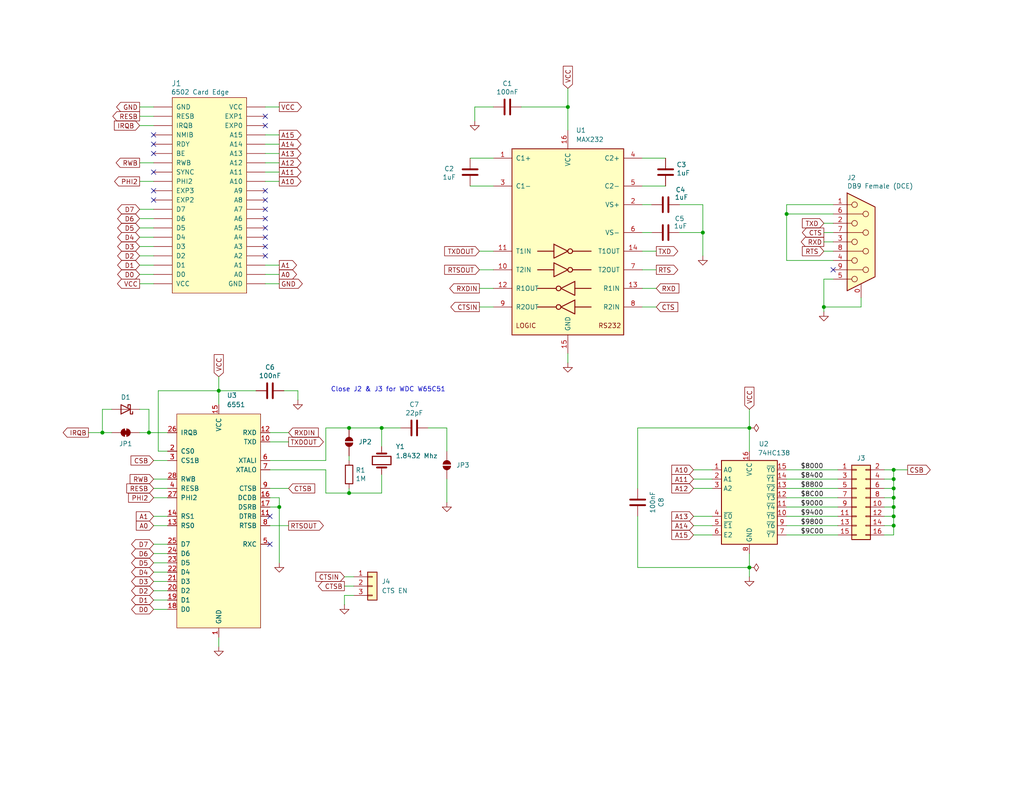
<source format=kicad_sch>
(kicad_sch (version 20250114) (generator "eeschema") (generator_version "9.0")
  (paper "USLetter")
  (title_block (title "6502 Serial Card") (date "2025-09-21") (rev "1.0") (company "A.C. Wright Design"))
  (lib_symbols
    (symbol "6502 Parts:6502 Card Edge" (pin_names (offset 1.016)) (in_bom no)
      (property "Reference" "J" (at -10.16 28.448 0))
      (property "Value" "6502 Card Edge" (at -5.588 26.924 0))
      (symbol "6502 Card Edge_1_0"
        (rectangle (start -10.16 25.4) (end 10.16 -27.94) (fill (type background)))
        (pin power_in line (at -15.24 22.86 0) (length 5.08) (name "GND") (number "GND"))
        (pin bidirectional line (at -15.24 20.32 0) (length 5.08) (name "RESB") (number "RESB"))
        (pin bidirectional line (at -15.24 17.78 0) (length 5.08) (name "IRQB") (number "IRQB"))
        (pin bidirectional line (at -15.24 15.24 0) (length 5.08) (name "NMIB") (number "NMIB"))
        (pin bidirectional line (at -15.24 12.7 0) (length 5.08) (name "RDY") (number "RDY"))
        (pin bidirectional line (at -15.24 10.16 0) (length 5.08) (name "BE") (number "BE"))
        (pin bidirectional line (at -15.24 7.62 0) (length 5.08) (name "RWB") (number "RWB"))
        (pin bidirectional line (at -15.24 5.08 0) (length 5.08) (name "SYNC") (number "SYNC"))
        (pin bidirectional line (at -15.24 2.54 0) (length 5.08) (name "PHI2") (number "PHI2"))
        (pin bidirectional line (at -15.24 0 0) (length 5.08) (name "EXP3") (number "EXP3"))
        (pin bidirectional line (at -15.24 -2.54 0) (length 5.08) (name "EXP2") (number "EXP2"))
        (pin bidirectional line (at -15.24 -5.08 0) (length 5.08) (name "D7") (number "D7"))
        (pin bidirectional line (at -15.24 -7.62 0) (length 5.08) (name "D6") (number "D6"))
        (pin bidirectional line (at -15.24 -10.16 0) (length 5.08) (name "D5") (number "D5"))
        (pin bidirectional line (at -15.24 -12.7 0) (length 5.08) (name "D4") (number "D4"))
        (pin bidirectional line (at -15.24 -15.24 0) (length 5.08) (name "D3") (number "D3"))
        (pin bidirectional line (at -15.24 -17.78 0) (length 5.08) (name "D2") (number "D2"))
        (pin bidirectional line (at -15.24 -20.32 0) (length 5.08) (name "D1") (number "D1"))
        (pin bidirectional line (at -15.24 -22.86 0) (length 5.08) (name "D0") (number "D0"))
        (pin power_in line (at -15.24 -25.4 0) (length 5.08) (name "VCC") (number "VCC"))
        (pin power_in line (at 15.24 22.86 180) (length 5.08) (name "VCC") (number "VCC"))
        (pin bidirectional line (at 15.24 20.32 180) (length 5.08) (name "EXP1") (number "EXP1"))
        (pin bidirectional line (at 15.24 17.78 180) (length 5.08) (name "EXP0") (number "EXP0"))
        (pin bidirectional line (at 15.24 15.24 180) (length 5.08) (name "A15") (number "A15"))
        (pin bidirectional line (at 15.24 12.7 180) (length 5.08) (name "A14") (number "A14"))
        (pin bidirectional line (at 15.24 10.16 180) (length 5.08) (name "A13") (number "A13"))
        (pin bidirectional line (at 15.24 7.62 180) (length 5.08) (name "A12") (number "A12"))
        (pin bidirectional line (at 15.24 5.08 180) (length 5.08) (name "A11") (number "A11"))
        (pin bidirectional line (at 15.24 2.54 180) (length 5.08) (name "A10") (number "A10"))
        (pin bidirectional line (at 15.24 0 180) (length 5.08) (name "A9") (number "A9"))
        (pin bidirectional line (at 15.24 -2.54 180) (length 5.08) (name "A8") (number "A8"))
        (pin bidirectional line (at 15.24 -5.08 180) (length 5.08) (name "A7") (number "A7"))
        (pin bidirectional line (at 15.24 -7.62 180) (length 5.08) (name "A6") (number "A6"))
        (pin bidirectional line (at 15.24 -10.16 180) (length 5.08) (name "A5") (number "A5"))
        (pin bidirectional line (at 15.24 -12.7 180) (length 5.08) (name "A4") (number "A4"))
        (pin bidirectional line (at 15.24 -15.24 180) (length 5.08) (name "A3") (number "A3"))
        (pin bidirectional line (at 15.24 -17.78 180) (length 5.08) (name "A2") (number "A2"))
        (pin bidirectional line (at 15.24 -20.32 180) (length 5.08) (name "A1") (number "A1"))
        (pin bidirectional line (at 15.24 -22.86 180) (length 5.08) (name "A0") (number "A0"))
        (pin power_in line (at 15.24 -25.4 180) (length 5.08) (name "GND") (number "GND"))
      )
    )
    (symbol "6502 Parts:65C51" (pin_names (offset 1.016))
      (property "Reference" "U" (at -10.922 33.528 0))
      (property "Value" "65C51" (at -8.382 30.988 0))
      (symbol "65C51_0_1"
        (rectangle (start -11.43 29.21) (end 11.43 -29.21) (fill (type background)))
      )
      (symbol "65C51_1_1"
        (pin output line (at -13.97 24.13 0) (length 2.54) (name "IRQB") (number "26"))
        (pin input line (at -13.97 19.05 0) (length 2.54) (name "CS0") (number "2"))
        (pin input line (at -13.97 16.51 0) (length 2.54) (name "CS1B") (number "3"))
        (pin input line (at -13.97 11.43 0) (length 2.54) (name "RWB") (number "28"))
        (pin input line (at -13.97 8.89 0) (length 2.54) (name "RESB") (number "4"))
        (pin input line (at -13.97 6.35 0) (length 2.54) (name "PHI2") (number "27"))
        (pin input line (at -13.97 1.27 0) (length 2.54) (name "RS1") (number "14"))
        (pin input line (at -13.97 -1.27 0) (length 2.54) (name "RS0") (number "13"))
        (pin bidirectional line (at -13.97 -6.35 0) (length 2.54) (name "D7") (number "25"))
        (pin bidirectional line (at -13.97 -8.89 0) (length 2.54) (name "D6") (number "24"))
        (pin bidirectional line (at -13.97 -11.43 0) (length 2.54) (name "D5") (number "23"))
        (pin bidirectional line (at -13.97 -13.97 0) (length 2.54) (name "D4") (number "22"))
        (pin bidirectional line (at -13.97 -16.51 0) (length 2.54) (name "D3") (number "21"))
        (pin bidirectional line (at -13.97 -19.05 0) (length 2.54) (name "D2") (number "20"))
        (pin bidirectional line (at -13.97 -21.59 0) (length 2.54) (name "D1") (number "19"))
        (pin bidirectional line (at -13.97 -24.13 0) (length 2.54) (name "D0") (number "18"))
        (pin power_in line (at 0 31.75 270) (length 2.54) (name "VCC") (number "15"))
        (pin power_in line (at 0 -31.75 90) (length 2.54) (name "GND") (number "1"))
        (pin input line (at 13.97 24.13 180) (length 2.54) (name "RXD") (number "12"))
        (pin output line (at 13.97 21.59 180) (length 2.54) (name "TXD") (number "10"))
        (pin input line (at 13.97 16.51 180) (length 2.54) (name "XTALI") (number "6"))
        (pin input line (at 13.97 13.97 180) (length 2.54) (name "XTALO") (number "7"))
        (pin input line (at 13.97 8.89 180) (length 2.54) (name "CTSB") (number "9"))
        (pin input line (at 13.97 6.35 180) (length 2.54) (name "DCDB") (number "16"))
        (pin input line (at 13.97 3.81 180) (length 2.54) (name "DSRB") (number "17"))
        (pin output line (at 13.97 1.27 180) (length 2.54) (name "DTRB") (number "11"))
        (pin output line (at 13.97 -1.27 180) (length 2.54) (name "RTSB") (number "8"))
        (pin input line (at 13.97 -6.35 180) (length 2.54) (name "RXC") (number "5"))
      )
    )
    (symbol "74xx:74HC138"
      (property "Reference" "U" (at -7.62 13.97 0))
      (property "Value" "74HC138" (at 2.54 -11.43 0))
      (symbol "74HC138_0_1"
        (rectangle (start -7.62 12.7) (end 7.62 -10.16) (stroke (width 0.254)) (fill (type background)))
      )
      (symbol "74HC138_1_1"
        (pin input line (at -10.16 10.16 0) (length 2.54) (name "A0") (number "1"))
        (pin input line (at -10.16 7.62 0) (length 2.54) (name "A1") (number "2"))
        (pin input line (at -10.16 5.08 0) (length 2.54) (name "A2") (number "3"))
        (pin input line (at -10.16 -2.54 0) (length 2.54) (name "~{E0}") (number "4"))
        (pin input line (at -10.16 -5.08 0) (length 2.54) (name "~{E1}") (number "5"))
        (pin input line (at -10.16 -7.62 0) (length 2.54) (name "E2") (number "6"))
        (pin power_in line (at 0 15.24 270) (length 2.54) (name "VCC") (number "16"))
        (pin power_in line (at 0 -12.7 90) (length 2.54) (name "GND") (number "8"))
        (pin output line (at 10.16 10.16 180) (length 2.54) (name "~{Y0}") (number "15"))
        (pin output line (at 10.16 7.62 180) (length 2.54) (name "~{Y1}") (number "14"))
        (pin output line (at 10.16 5.08 180) (length 2.54) (name "~{Y2}") (number "13"))
        (pin output line (at 10.16 2.54 180) (length 2.54) (name "~{Y3}") (number "12"))
        (pin output line (at 10.16 0 180) (length 2.54) (name "~{Y4}") (number "11"))
        (pin output line (at 10.16 -2.54 180) (length 2.54) (name "~{Y5}") (number "10"))
        (pin output line (at 10.16 -5.08 180) (length 2.54) (name "~{Y6}") (number "9"))
        (pin output line (at 10.16 -7.62 180) (length 2.54) (name "~{Y7}") (number "7"))
      )
    )
    (symbol "Connector:DE9_Socket_MountingHoles" (pin_names (offset 1.016) (hide yes))
      (property "Reference" "J" (at 0 16.51 0))
      (property "Value" "DE9_Socket_MountingHoles" (at 0 14.605 0))
      (symbol "DE9_Socket_MountingHoles_0_1"
        (polyline (pts (xy -3.81 13.335) (xy -3.81 -13.335) (xy 3.81 -9.525) (xy 3.81 9.525) (xy -3.81 13.335)) (stroke (width 0.254)) (fill (type background)))
        (polyline (pts (xy -3.81 10.16) (xy -2.54 10.16)))
        (polyline (pts (xy -3.81 7.62) (xy 0.508 7.62)))
        (polyline (pts (xy -3.81 5.08) (xy -2.54 5.08)))
        (polyline (pts (xy -3.81 2.54) (xy 0.508 2.54)))
        (polyline (pts (xy -3.81 0) (xy -2.54 0)))
        (polyline (pts (xy -3.81 -2.54) (xy 0.508 -2.54)))
        (polyline (pts (xy -3.81 -5.08) (xy -2.54 -5.08)))
        (polyline (pts (xy -3.81 -7.62) (xy 0.508 -7.62)))
        (polyline (pts (xy -3.81 -10.16) (xy -2.54 -10.16)))
        (circle (center -1.778 10.16) (radius 0.762))
        (circle (center -1.778 5.08) (radius 0.762))
        (circle (center -1.778 0) (radius 0.762))
        (circle (center -1.778 -5.08) (radius 0.762))
        (circle (center -1.778 -10.16) (radius 0.762))
        (circle (center 1.27 7.62) (radius 0.762))
        (circle (center 1.27 2.54) (radius 0.762))
        (circle (center 1.27 -2.54) (radius 0.762))
        (circle (center 1.27 -7.62) (radius 0.762))
      )
      (symbol "DE9_Socket_MountingHoles_1_1"
        (pin passive line (at -7.62 10.16 0) (length 3.81) (name "1") (number "1"))
        (pin passive line (at -7.62 7.62 0) (length 3.81) (name "6") (number "6"))
        (pin passive line (at -7.62 5.08 0) (length 3.81) (name "2") (number "2"))
        (pin passive line (at -7.62 2.54 0) (length 3.81) (name "7") (number "7"))
        (pin passive line (at -7.62 0 0) (length 3.81) (name "3") (number "3"))
        (pin passive line (at -7.62 -2.54 0) (length 3.81) (name "8") (number "8"))
        (pin passive line (at -7.62 -5.08 0) (length 3.81) (name "4") (number "4"))
        (pin passive line (at -7.62 -7.62 0) (length 3.81) (name "9") (number "9"))
        (pin passive line (at -7.62 -10.16 0) (length 3.81) (name "5") (number "5"))
        (pin passive line (at 0 -15.24 90) (length 3.81) (name "PAD") (number "0"))
      )
    )
    (symbol "Connector_Generic:Conn_01x03" (pin_names (offset 1.016) (hide yes))
      (property "Reference" "J" (at 0 5.08 0))
      (property "Value" "Conn_01x03" (at 0 -5.08 0))
      (symbol "Conn_01x03_1_1"
        (rectangle (start -1.27 3.81) (end 1.27 -3.81) (stroke (width 0.254)) (fill (type background)))
        (rectangle (start -1.27 2.667) (end 0 2.413) (stroke (width 0.1524)))
        (rectangle (start -1.27 0.127) (end 0 -0.127) (stroke (width 0.1524)))
        (rectangle (start -1.27 -2.413) (end 0 -2.667) (stroke (width 0.1524)))
        (pin passive line (at -5.08 2.54 0) (length 3.81) (name "Pin_1") (number "1"))
        (pin passive line (at -5.08 0 0) (length 3.81) (name "Pin_2") (number "2"))
        (pin passive line (at -5.08 -2.54 0) (length 3.81) (name "Pin_3") (number "3"))
      )
    )
    (symbol "Connector_Generic:Conn_02x08_Odd_Even" (pin_names (offset 1.016) (hide yes))
      (property "Reference" "J" (at 1.27 10.16 0))
      (property "Value" "Conn_02x08_Odd_Even" (at 1.27 -12.7 0))
      (symbol "Conn_02x08_Odd_Even_1_1"
        (rectangle (start -1.27 8.89) (end 3.81 -11.43) (stroke (width 0.254)) (fill (type background)))
        (rectangle (start -1.27 7.747) (end 0 7.493) (stroke (width 0.1524)))
        (rectangle (start -1.27 5.207) (end 0 4.953) (stroke (width 0.1524)))
        (rectangle (start -1.27 2.667) (end 0 2.413) (stroke (width 0.1524)))
        (rectangle (start -1.27 0.127) (end 0 -0.127) (stroke (width 0.1524)))
        (rectangle (start -1.27 -2.413) (end 0 -2.667) (stroke (width 0.1524)))
        (rectangle (start -1.27 -4.953) (end 0 -5.207) (stroke (width 0.1524)))
        (rectangle (start -1.27 -7.493) (end 0 -7.747) (stroke (width 0.1524)))
        (rectangle (start -1.27 -10.033) (end 0 -10.287) (stroke (width 0.1524)))
        (rectangle (start 3.81 7.747) (end 2.54 7.493) (stroke (width 0.1524)))
        (rectangle (start 3.81 5.207) (end 2.54 4.953) (stroke (width 0.1524)))
        (rectangle (start 3.81 2.667) (end 2.54 2.413) (stroke (width 0.1524)))
        (rectangle (start 3.81 0.127) (end 2.54 -0.127) (stroke (width 0.1524)))
        (rectangle (start 3.81 -2.413) (end 2.54 -2.667) (stroke (width 0.1524)))
        (rectangle (start 3.81 -4.953) (end 2.54 -5.207) (stroke (width 0.1524)))
        (rectangle (start 3.81 -7.493) (end 2.54 -7.747) (stroke (width 0.1524)))
        (rectangle (start 3.81 -10.033) (end 2.54 -10.287) (stroke (width 0.1524)))
        (pin passive line (at -5.08 7.62 0) (length 3.81) (name "Pin_1") (number "1"))
        (pin passive line (at -5.08 5.08 0) (length 3.81) (name "Pin_3") (number "3"))
        (pin passive line (at -5.08 2.54 0) (length 3.81) (name "Pin_5") (number "5"))
        (pin passive line (at -5.08 0 0) (length 3.81) (name "Pin_7") (number "7"))
        (pin passive line (at -5.08 -2.54 0) (length 3.81) (name "Pin_9") (number "9"))
        (pin passive line (at -5.08 -5.08 0) (length 3.81) (name "Pin_11") (number "11"))
        (pin passive line (at -5.08 -7.62 0) (length 3.81) (name "Pin_13") (number "13"))
        (pin passive line (at -5.08 -10.16 0) (length 3.81) (name "Pin_15") (number "15"))
        (pin passive line (at 7.62 7.62 180) (length 3.81) (name "Pin_2") (number "2"))
        (pin passive line (at 7.62 5.08 180) (length 3.81) (name "Pin_4") (number "4"))
        (pin passive line (at 7.62 2.54 180) (length 3.81) (name "Pin_6") (number "6"))
        (pin passive line (at 7.62 0 180) (length 3.81) (name "Pin_8") (number "8"))
        (pin passive line (at 7.62 -2.54 180) (length 3.81) (name "Pin_10") (number "10"))
        (pin passive line (at 7.62 -5.08 180) (length 3.81) (name "Pin_12") (number "12"))
        (pin passive line (at 7.62 -7.62 180) (length 3.81) (name "Pin_14") (number "14"))
        (pin passive line (at 7.62 -10.16 180) (length 3.81) (name "Pin_16") (number "16"))
      )
    )
    (symbol "Device:C" (pin_numbers (hide yes)) (pin_names (offset 0.254))
      (property "Reference" "C" (at 0.635 2.54 0))
      (property "Value" "C" (at 0.635 -2.54 0))
      (symbol "C_0_1"
        (polyline (pts (xy -2.032 0.762) (xy 2.032 0.762)) (stroke (width 0.508)))
        (polyline (pts (xy -2.032 -0.762) (xy 2.032 -0.762)) (stroke (width 0.508)))
      )
      (symbol "C_1_1"
        (pin passive line (at 0 3.81 270) (length 2.794) (name "~") (number "1"))
        (pin passive line (at 0 -3.81 90) (length 2.794) (name "~") (number "2"))
      )
    )
    (symbol "Device:Crystal" (pin_numbers (hide yes)) (pin_names (offset 1.016) (hide yes))
      (property "Reference" "Y" (at 0 3.81 0))
      (property "Value" "Crystal" (at 0 -3.81 0))
      (symbol "Crystal_0_1"
        (polyline (pts (xy -2.54 0) (xy -1.905 0)))
        (polyline (pts (xy -1.905 -1.27) (xy -1.905 1.27)) (stroke (width 0.508)))
        (rectangle (start -1.143 2.54) (end 1.143 -2.54) (stroke (width 0.3048)))
        (polyline (pts (xy 1.905 -1.27) (xy 1.905 1.27)) (stroke (width 0.508)))
        (polyline (pts (xy 2.54 0) (xy 1.905 0)))
      )
      (symbol "Crystal_1_1"
        (pin passive line (at -3.81 0 0) (length 1.27) (name "1") (number "1"))
        (pin passive line (at 3.81 0 180) (length 1.27) (name "2") (number "2"))
      )
    )
    (symbol "Device:D_Schottky" (pin_numbers (hide yes)) (pin_names (offset 1.016) (hide yes))
      (property "Reference" "D" (at 0 2.54 0))
      (property "Value" "D_Schottky" (at 0 -2.54 0))
      (symbol "D_Schottky_0_1"
        (polyline (pts (xy -1.905 0.635) (xy -1.905 1.27) (xy -1.27 1.27) (xy -1.27 -1.27) (xy -0.635 -1.27) (xy -0.635 -0.635)) (stroke (width 0.254)))
        (polyline (pts (xy 1.27 1.27) (xy 1.27 -1.27) (xy -1.27 0) (xy 1.27 1.27)) (stroke (width 0.254)))
        (polyline (pts (xy 1.27 0) (xy -1.27 0)))
      )
      (symbol "D_Schottky_1_1"
        (pin passive line (at -3.81 0 0) (length 2.54) (name "K") (number "1"))
        (pin passive line (at 3.81 0 180) (length 2.54) (name "A") (number "2"))
      )
    )
    (symbol "Device:R" (pin_numbers (hide yes)) (pin_names (offset 0))
      (property "Reference" "R" (at 2.032 0 90))
      (property "Value" "R" (at 0 0 90))
      (symbol "R_0_1"
        (rectangle (start -1.016 -2.54) (end 1.016 2.54) (stroke (width 0.254)))
      )
      (symbol "R_1_1"
        (pin passive line (at 0 3.81 270) (length 1.27) (name "~") (number "1"))
        (pin passive line (at 0 -3.81 90) (length 1.27) (name "~") (number "2"))
      )
    )
    (symbol "Interface_UART:MAX232" (pin_names (offset 1.016))
      (property "Reference" "U" (at -2.54 28.575 0))
      (property "Value" "MAX232" (at -2.54 26.67 0))
      (symbol "MAX232_0_0"
        (text "LOGIC" (at -11.43 -22.86 0) (effects (font (size 1.27 1.27))))
        (text "RS232" (at 11.43 -22.86 0) (effects (font (size 1.27 1.27))))
      )
      (symbol "MAX232_0_1"
        (rectangle (start -15.24 -25.4) (end 15.24 25.4) (stroke (width 0.254)) (fill (type background)))
        (polyline (pts (xy -3.81 -0.635) (xy -3.81 -4.445) (xy 0 -2.54) (xy -3.81 -0.635)) (stroke (width 0.254)))
        (polyline (pts (xy -3.81 -2.54) (xy -8.255 -2.54)) (stroke (width 0.254)))
        (polyline (pts (xy -3.81 -5.715) (xy -3.81 -9.525) (xy 0 -7.62) (xy -3.81 -5.715)) (stroke (width 0.254)))
        (polyline (pts (xy -3.81 -7.62) (xy -8.255 -7.62)) (stroke (width 0.254)))
        (polyline (pts (xy -3.175 -12.7) (xy -8.255 -12.7)) (stroke (width 0.254)))
        (polyline (pts (xy -3.175 -17.78) (xy -8.255 -17.78)) (stroke (width 0.254)))
        (circle (center -2.54 -12.7) (radius 0.635) (stroke (width 0.254)))
        (circle (center -2.54 -17.78) (radius 0.635) (stroke (width 0.254)))
        (circle (center 0.635 -2.54) (radius 0.635) (stroke (width 0.254)))
        (circle (center 0.635 -7.62) (radius 0.635) (stroke (width 0.254)))
        (polyline (pts (xy 1.27 -2.54) (xy 6.35 -2.54)) (stroke (width 0.254)))
        (polyline (pts (xy 1.27 -7.62) (xy 6.35 -7.62)) (stroke (width 0.254)))
        (polyline (pts (xy 1.905 -10.795) (xy 1.905 -14.605) (xy -1.905 -12.7) (xy 1.905 -10.795)) (stroke (width 0.254)))
        (polyline (pts (xy 1.905 -12.7) (xy 6.35 -12.7)) (stroke (width 0.254)))
        (polyline (pts (xy 1.905 -15.875) (xy 1.905 -19.685) (xy -1.905 -17.78) (xy 1.905 -15.875)) (stroke (width 0.254)))
        (polyline (pts (xy 1.905 -17.78) (xy 6.35 -17.78)) (stroke (width 0.254)))
      )
      (symbol "MAX232_1_1"
        (pin passive line (at -20.32 22.86 0) (length 5.08) (name "C1+") (number "1"))
        (pin passive line (at -20.32 15.24 0) (length 5.08) (name "C1-") (number "3"))
        (pin input line (at -20.32 -2.54 0) (length 5.08) (name "T1IN") (number "11"))
        (pin input line (at -20.32 -7.62 0) (length 5.08) (name "T2IN") (number "10"))
        (pin output line (at -20.32 -12.7 0) (length 5.08) (name "R1OUT") (number "12"))
        (pin output line (at -20.32 -17.78 0) (length 5.08) (name "R2OUT") (number "9"))
        (pin power_in line (at 0 30.48 270) (length 5.08) (name "VCC") (number "16"))
        (pin power_in line (at 0 -30.48 90) (length 5.08) (name "GND") (number "15"))
        (pin passive line (at 20.32 22.86 180) (length 5.08) (name "C2+") (number "4"))
        (pin passive line (at 20.32 15.24 180) (length 5.08) (name "C2-") (number "5"))
        (pin power_out line (at 20.32 10.16 180) (length 5.08) (name "VS+") (number "2"))
        (pin power_out line (at 20.32 2.54 180) (length 5.08) (name "VS-") (number "6"))
        (pin output line (at 20.32 -2.54 180) (length 5.08) (name "T1OUT") (number "14"))
        (pin output line (at 20.32 -7.62 180) (length 5.08) (name "T2OUT") (number "7"))
        (pin input line (at 20.32 -12.7 180) (length 5.08) (name "R1IN") (number "13"))
        (pin input line (at 20.32 -17.78 180) (length 5.08) (name "R2IN") (number "8"))
      )
    )
    (symbol "Jumper:SolderJumper_2_Bridged" (pin_numbers (hide yes)) (pin_names (offset 0) (hide yes)) (exclude_from_sim yes) (in_bom no)
      (property "Reference" "JP" (at 0 2.032 0))
      (property "Value" "SolderJumper_2_Bridged" (at 0 -2.54 0))
      (symbol "SolderJumper_2_Bridged_0_1"
        (rectangle (start -0.508 0.508) (end 0.508 -0.508) (fill (type outline)))
        (polyline (pts (xy -0.254 1.016) (xy -0.254 -1.016)))
        (arc (start -0.254 -1.016) (mid -1.2656 0) (end -0.254 1.016))
        (arc (start -0.254 -1.016) (mid -1.2656 0) (end -0.254 1.016) (fill (type outline)))
        (arc (start 0.254 1.016) (mid 1.2656 0) (end 0.254 -1.016))
        (arc (start 0.254 1.016) (mid 1.2656 0) (end 0.254 -1.016) (fill (type outline)))
        (polyline (pts (xy 0.254 1.016) (xy 0.254 -1.016)))
      )
      (symbol "SolderJumper_2_Bridged_1_1"
        (pin passive line (at -3.81 0 0) (length 2.54) (name "A") (number "1"))
        (pin passive line (at 3.81 0 180) (length 2.54) (name "B") (number "2"))
      )
    )
    (symbol "Jumper:SolderJumper_2_Open" (pin_numbers (hide yes)) (pin_names (offset 0) (hide yes)) (exclude_from_sim yes) (in_bom no)
      (property "Reference" "JP" (at 0 2.032 0))
      (property "Value" "SolderJumper_2_Open" (at 0 -2.54 0))
      (symbol "SolderJumper_2_Open_0_1"
        (polyline (pts (xy -0.254 1.016) (xy -0.254 -1.016)))
        (arc (start -0.254 -1.016) (mid -1.2656 0) (end -0.254 1.016))
        (arc (start -0.254 -1.016) (mid -1.2656 0) (end -0.254 1.016) (fill (type outline)))
        (arc (start 0.254 1.016) (mid 1.2656 0) (end 0.254 -1.016))
        (arc (start 0.254 1.016) (mid 1.2656 0) (end 0.254 -1.016) (fill (type outline)))
        (polyline (pts (xy 0.254 1.016) (xy 0.254 -1.016)))
      )
      (symbol "SolderJumper_2_Open_1_1"
        (pin passive line (at -3.81 0 0) (length 2.54) (name "A") (number "1"))
        (pin passive line (at 3.81 0 180) (length 2.54) (name "B") (number "2"))
      )
    )
    (symbol "power:GND" (power) (pin_numbers (hide yes)) (pin_names (offset 0) (hide yes))
      (property "Value" "GND" (at 0 -3.81 0))
      (symbol "GND_0_1"
        (polyline (pts (xy 0 0) (xy 0 -1.27) (xy 1.27 -1.27) (xy 0 -2.54) (xy -1.27 -1.27) (xy 0 -1.27)))
      )
      (symbol "GND_1_1"
        (pin power_in line (at 0 0 270) (length 0) (name "~") (number "1"))
      )
    )
    (symbol "power:PWR_FLAG" (power) (pin_numbers (hide yes)) (pin_names (offset 0) (hide yes))
      (property "Value" "PWR_FLAG" (at 0 3.81 0))
      (symbol "PWR_FLAG_0_0"
        (pin power_out line (at 0 0 90) (length 0) (name "~") (number "1"))
      )
      (symbol "PWR_FLAG_0_1"
        (polyline (pts (xy 0 0) (xy 0 1.27) (xy -1.016 1.905) (xy 0 2.54) (xy 1.016 1.905) (xy 0 1.27)))
      )
    )
  )
  (text "Close J2 & J3 for WDC W65C51" (at 105.918 106.426 0) (effects (font (size 1.27 1.27))))
  (junction (at 243.84 140.97))
  (junction (at 243.84 138.43))
  (junction (at 204.47 154.94))
  (junction (at 76.2 138.43))
  (junction (at 59.69 106.68))
  (junction (at 243.84 135.89))
  (junction (at 40.64 118.11))
  (junction (at 243.84 143.51))
  (junction (at 224.79 83.82))
  (junction (at 243.84 133.35))
  (junction (at 104.14 116.84))
  (junction (at 95.25 134.62))
  (junction (at 27.94 118.11))
  (junction (at 204.47 116.84))
  (junction (at 95.25 116.84))
  (junction (at 243.84 128.27))
  (junction (at 214.63 58.42))
  (junction (at 191.77 63.5))
  (junction (at 243.84 130.81))
  (junction (at 154.94 29.21))
  (no_connect (at 41.91 41.91))
  (no_connect (at 72.39 34.29))
  (no_connect (at 41.91 39.37))
  (no_connect (at 72.39 59.69))
  (no_connect (at 41.91 54.61))
  (no_connect (at 73.66 140.97))
  (no_connect (at 41.91 52.07))
  (no_connect (at 41.91 46.99))
  (no_connect (at 73.66 148.59))
  (no_connect (at 41.91 36.83))
  (no_connect (at 72.39 62.23))
  (no_connect (at 72.39 31.75))
  (no_connect (at 72.39 64.77))
  (no_connect (at 72.39 69.85))
  (no_connect (at 72.39 52.07))
  (no_connect (at 72.39 67.31))
  (no_connect (at 72.39 54.61))
  (no_connect (at 227.33 73.66))
  (no_connect (at 72.39 57.15))
  (wire (pts (xy 175.26 55.88) (xy 177.8 55.88)))
  (wire (pts (xy 72.39 72.39) (xy 76.2 72.39)))
  (wire (pts (xy 175.26 78.74) (xy 179.07 78.74)))
  (wire (pts (xy 142.24 29.21) (xy 154.94 29.21)))
  (wire (pts (xy 104.14 134.62) (xy 104.14 129.54)))
  (wire (pts (xy 224.79 68.58) (xy 227.33 68.58)))
  (wire (pts (xy 38.1 31.75) (xy 41.91 31.75)))
  (wire (pts (xy 154.94 24.13) (xy 154.94 29.21)))
  (wire (pts (xy 43.18 106.68) (xy 59.69 106.68)))
  (wire (pts (xy 88.9 125.73) (xy 88.9 116.84)))
  (wire (pts (xy 234.95 83.82) (xy 224.79 83.82)))
  (wire (pts (xy 243.84 143.51) (xy 243.84 140.97)))
  (wire (pts (xy 214.63 130.81) (xy 228.6 130.81)))
  (wire (pts (xy 214.63 140.97) (xy 228.6 140.97)))
  (wire (pts (xy 73.66 135.89) (xy 76.2 135.89)))
  (wire (pts (xy 116.84 116.84) (xy 121.92 116.84)))
  (wire (pts (xy 243.84 135.89) (xy 243.84 133.35)))
  (wire (pts (xy 41.91 125.73) (xy 45.72 125.73)))
  (wire (pts (xy 59.69 102.87) (xy 59.69 106.68)))
  (wire (pts (xy 154.94 29.21) (xy 154.94 35.56)))
  (wire (pts (xy 38.1 62.23) (xy 41.91 62.23)))
  (wire (pts (xy 204.47 151.13) (xy 204.47 154.94)))
  (wire (pts (xy 191.77 55.88) (xy 191.77 63.5)))
  (wire (pts (xy 41.91 153.67) (xy 45.72 153.67)))
  (wire (pts (xy 224.79 83.82) (xy 224.79 85.09)))
  (wire (pts (xy 38.1 77.47) (xy 41.91 77.47)))
  (wire (pts (xy 214.63 71.12) (xy 227.33 71.12)))
  (wire (pts (xy 81.28 106.68) (xy 81.28 109.22)))
  (wire (pts (xy 59.69 106.68) (xy 69.85 106.68)))
  (wire (pts (xy 189.23 133.35) (xy 194.31 133.35)))
  (wire (pts (xy 243.84 146.05) (xy 243.84 143.51)))
  (wire (pts (xy 41.91 151.13) (xy 45.72 151.13)))
  (wire (pts (xy 40.64 111.76) (xy 40.64 118.11)))
  (wire (pts (xy 243.84 138.43) (xy 243.84 135.89)))
  (wire (pts (xy 241.3 146.05) (xy 243.84 146.05)))
  (wire (pts (xy 214.63 58.42) (xy 227.33 58.42)))
  (wire (pts (xy 24.13 118.11) (xy 27.94 118.11)))
  (wire (pts (xy 72.39 77.47) (xy 76.2 77.47)))
  (wire (pts (xy 175.26 63.5) (xy 177.8 63.5)))
  (wire (pts (xy 121.92 130.81) (xy 121.92 137.16)))
  (wire (pts (xy 189.23 130.81) (xy 194.31 130.81)))
  (wire (pts (xy 243.84 140.97) (xy 243.84 138.43)))
  (wire (pts (xy 72.39 49.53) (xy 76.2 49.53)))
  (wire (pts (xy 243.84 128.27) (xy 247.65 128.27)))
  (wire (pts (xy 38.1 49.53) (xy 41.91 49.53)))
  (wire (pts (xy 214.63 133.35) (xy 228.6 133.35)))
  (wire (pts (xy 214.63 128.27) (xy 228.6 128.27)))
  (wire (pts (xy 204.47 154.94) (xy 204.47 157.48)))
  (wire (pts (xy 72.39 46.99) (xy 76.2 46.99)))
  (wire (pts (xy 130.81 68.58) (xy 134.62 68.58)))
  (wire (pts (xy 224.79 66.04) (xy 227.33 66.04)))
  (wire (pts (xy 130.81 78.74) (xy 134.62 78.74)))
  (wire (pts (xy 40.64 118.11) (xy 45.72 118.11)))
  (wire (pts (xy 185.42 63.5) (xy 191.77 63.5)))
  (wire (pts (xy 45.72 123.19) (xy 43.18 123.19)))
  (wire (pts (xy 73.66 143.51) (xy 78.74 143.51)))
  (wire (pts (xy 214.63 135.89) (xy 228.6 135.89)))
  (wire (pts (xy 214.63 55.88) (xy 227.33 55.88)))
  (wire (pts (xy 77.47 106.68) (xy 81.28 106.68)))
  (wire (pts (xy 224.79 76.2) (xy 224.79 83.82)))
  (wire (pts (xy 175.26 73.66) (xy 179.07 73.66)))
  (wire (pts (xy 204.47 123.19) (xy 204.47 116.84)))
  (wire (pts (xy 38.1 64.77) (xy 41.91 64.77)))
  (wire (pts (xy 93.98 160.02) (xy 96.52 160.02)))
  (wire (pts (xy 175.26 43.18) (xy 181.61 43.18)))
  (wire (pts (xy 128.27 50.8) (xy 134.62 50.8)))
  (wire (pts (xy 41.91 140.97) (xy 45.72 140.97)))
  (wire (pts (xy 243.84 133.35) (xy 243.84 130.81)))
  (wire (pts (xy 78.74 133.35) (xy 73.66 133.35)))
  (wire (pts (xy 27.94 118.11) (xy 30.48 118.11)))
  (wire (pts (xy 38.1 69.85) (xy 41.91 69.85)))
  (wire (pts (xy 241.3 133.35) (xy 243.84 133.35)))
  (wire (pts (xy 93.98 157.48) (xy 96.52 157.48)))
  (wire (pts (xy 38.1 111.76) (xy 40.64 111.76)))
  (wire (pts (xy 243.84 135.89) (xy 241.3 135.89)))
  (wire (pts (xy 224.79 60.96) (xy 227.33 60.96)))
  (wire (pts (xy 175.26 68.58) (xy 179.07 68.58)))
  (wire (pts (xy 189.23 146.05) (xy 194.31 146.05)))
  (wire (pts (xy 243.84 143.51) (xy 241.3 143.51)))
  (wire (pts (xy 38.1 72.39) (xy 41.91 72.39)))
  (wire (pts (xy 214.63 58.42) (xy 214.63 71.12)))
  (wire (pts (xy 189.23 140.97) (xy 194.31 140.97)))
  (wire (pts (xy 27.94 111.76) (xy 27.94 118.11)))
  (wire (pts (xy 59.69 173.99) (xy 59.69 176.53)))
  (wire (pts (xy 175.26 50.8) (xy 181.61 50.8)))
  (wire (pts (xy 227.33 76.2) (xy 224.79 76.2)))
  (wire (pts (xy 104.14 116.84) (xy 104.14 121.92)))
  (wire (pts (xy 204.47 116.84) (xy 204.47 111.76)))
  (wire (pts (xy 204.47 116.84) (xy 173.99 116.84)))
  (wire (pts (xy 41.91 130.81) (xy 45.72 130.81)))
  (wire (pts (xy 243.84 138.43) (xy 241.3 138.43)))
  (wire (pts (xy 88.9 116.84) (xy 95.25 116.84)))
  (wire (pts (xy 43.18 123.19) (xy 43.18 106.68)))
  (wire (pts (xy 214.63 146.05) (xy 228.6 146.05)))
  (wire (pts (xy 173.99 116.84) (xy 173.99 133.35)))
  (wire (pts (xy 38.1 29.21) (xy 41.91 29.21)))
  (wire (pts (xy 72.39 36.83) (xy 76.2 36.83)))
  (wire (pts (xy 38.1 67.31) (xy 41.91 67.31)))
  (wire (pts (xy 130.81 83.82) (xy 134.62 83.82)))
  (wire (pts (xy 73.66 120.65) (xy 78.74 120.65)))
  (wire (pts (xy 41.91 166.37) (xy 45.72 166.37)))
  (wire (pts (xy 241.3 128.27) (xy 243.84 128.27)))
  (wire (pts (xy 130.81 73.66) (xy 134.62 73.66)))
  (wire (pts (xy 72.39 39.37) (xy 76.2 39.37)))
  (wire (pts (xy 129.54 33.02) (xy 129.54 29.21)))
  (wire (pts (xy 189.23 143.51) (xy 194.31 143.51)))
  (wire (pts (xy 234.95 81.28) (xy 234.95 83.82)))
  (wire (pts (xy 38.1 57.15) (xy 41.91 57.15)))
  (wire (pts (xy 38.1 34.29) (xy 41.91 34.29)))
  (wire (pts (xy 185.42 55.88) (xy 191.77 55.88)))
  (wire (pts (xy 72.39 74.93) (xy 76.2 74.93)))
  (wire (pts (xy 154.94 96.52) (xy 154.94 99.06)))
  (wire (pts (xy 95.25 133.35) (xy 95.25 134.62)))
  (wire (pts (xy 73.66 118.11) (xy 78.74 118.11)))
  (wire (pts (xy 95.25 116.84) (xy 104.14 116.84)))
  (wire (pts (xy 93.98 162.56) (xy 96.52 162.56)))
  (wire (pts (xy 224.79 63.5) (xy 227.33 63.5)))
  (wire (pts (xy 41.91 158.75) (xy 45.72 158.75)))
  (wire (pts (xy 41.91 135.89) (xy 45.72 135.89)))
  (wire (pts (xy 38.1 118.11) (xy 40.64 118.11)))
  (wire (pts (xy 41.91 143.51) (xy 45.72 143.51)))
  (wire (pts (xy 38.1 59.69) (xy 41.91 59.69)))
  (wire (pts (xy 214.63 143.51) (xy 228.6 143.51)))
  (wire (pts (xy 41.91 156.21) (xy 45.72 156.21)))
  (wire (pts (xy 95.25 124.46) (xy 95.25 125.73)))
  (wire (pts (xy 191.77 63.5) (xy 191.77 69.85)))
  (wire (pts (xy 214.63 138.43) (xy 228.6 138.43)))
  (wire (pts (xy 243.84 140.97) (xy 241.3 140.97)))
  (wire (pts (xy 173.99 154.94) (xy 173.99 140.97)))
  (wire (pts (xy 128.27 43.18) (xy 134.62 43.18)))
  (wire (pts (xy 121.92 116.84) (xy 121.92 123.19)))
  (wire (pts (xy 41.91 133.35) (xy 45.72 133.35)))
  (wire (pts (xy 76.2 138.43) (xy 76.2 153.67)))
  (wire (pts (xy 38.1 74.93) (xy 41.91 74.93)))
  (wire (pts (xy 129.54 29.21) (xy 134.62 29.21)))
  (wire (pts (xy 76.2 135.89) (xy 76.2 138.43)))
  (wire (pts (xy 41.91 148.59) (xy 45.72 148.59)))
  (wire (pts (xy 38.1 44.45) (xy 41.91 44.45)))
  (wire (pts (xy 88.9 128.27) (xy 73.66 128.27)))
  (wire (pts (xy 72.39 44.45) (xy 76.2 44.45)))
  (wire (pts (xy 95.25 134.62) (xy 104.14 134.62)))
  (wire (pts (xy 243.84 130.81) (xy 241.3 130.81)))
  (wire (pts (xy 214.63 55.88) (xy 214.63 58.42)))
  (wire (pts (xy 189.23 128.27) (xy 194.31 128.27)))
  (wire (pts (xy 175.26 83.82) (xy 179.07 83.82)))
  (wire (pts (xy 243.84 130.81) (xy 243.84 128.27)))
  (wire (pts (xy 41.91 163.83) (xy 45.72 163.83)))
  (wire (pts (xy 109.22 116.84) (xy 104.14 116.84)))
  (wire (pts (xy 72.39 29.21) (xy 76.2 29.21)))
  (wire (pts (xy 88.9 134.62) (xy 88.9 128.27)))
  (wire (pts (xy 73.66 125.73) (xy 88.9 125.73)))
  (wire (pts (xy 93.98 165.1) (xy 93.98 162.56)))
  (wire (pts (xy 41.91 161.29) (xy 45.72 161.29)))
  (wire (pts (xy 73.66 138.43) (xy 76.2 138.43)))
  (wire (pts (xy 30.48 111.76) (xy 27.94 111.76)))
  (wire (pts (xy 173.99 154.94) (xy 204.47 154.94)))
  (wire (pts (xy 59.69 106.68) (xy 59.69 110.49)))
  (wire (pts (xy 88.9 134.62) (xy 95.25 134.62)))
  (wire (pts (xy 72.39 41.91) (xy 76.2 41.91)))
  (label "$8400" (at 218.44 130.81 0))
  (label "$8000" (at 218.44 128.27 0))
  (label "$8800" (at 218.44 133.35 0))
  (label "$9400" (at 218.44 140.97 0))
  (label "$9C00" (at 218.44 146.05 0))
  (label "$9000" (at 218.44 138.43 0))
  (label "$8C00" (at 218.44 135.89 0))
  (label "$9800" (at 218.44 143.51 0))
  (global_label "A13" (shape output) (at 76.2 41.91 0) (property "Intersheetrefs" "${INTERSHEET_REFS}" (effects (hide yes))))
  (global_label "RWB" (shape input) (at 41.91 130.81 180) (property "Intersheetrefs" "${INTERSHEET_REFS}" (effects (hide yes))))
  (global_label "RXD" (shape output) (at 224.79 66.04 180) (property "Intersheetrefs" "${INTERSHEET_REFS}" (effects (hide yes))))
  (global_label "RTSOUT" (shape input) (at 130.81 73.66 180) (property "Intersheetrefs" "${INTERSHEET_REFS}" (effects (hide yes))))
  (global_label "A1" (shape input) (at 41.91 140.97 180) (property "Intersheetrefs" "${INTERSHEET_REFS}" (effects (hide yes))))
  (global_label "RTSOUT" (shape output) (at 78.74 143.51 0) (property "Intersheetrefs" "${INTERSHEET_REFS}" (effects (hide yes))))
  (global_label "IRQB" (shape input) (at 38.1 34.29 180) (property "Intersheetrefs" "${INTERSHEET_REFS}" (effects (hide yes))))
  (global_label "VCC" (shape output) (at 38.1 77.47 180) (property "Intersheetrefs" "${INTERSHEET_REFS}" (effects (hide yes))))
  (global_label "VCC" (shape input) (at 204.47 111.76 90) (property "Intersheetrefs" "${INTERSHEET_REFS}" (effects (hide yes))))
  (global_label "D5" (shape bidirectional) (at 41.91 153.67 180) (property "Intersheetrefs" "${INTERSHEET_REFS}" (effects (hide yes))))
  (global_label "GND" (shape output) (at 76.2 77.47 0) (property "Intersheetrefs" "${INTERSHEET_REFS}" (effects (hide yes))))
  (global_label "RXDIN" (shape input) (at 78.74 118.11 0) (property "Intersheetrefs" "${INTERSHEET_REFS}" (effects (hide yes))))
  (global_label "IRQB" (shape output) (at 24.13 118.11 180) (property "Intersheetrefs" "${INTERSHEET_REFS}" (effects (hide yes))))
  (global_label "VCC" (shape input) (at 59.69 102.87 90) (property "Intersheetrefs" "${INTERSHEET_REFS}" (effects (hide yes))))
  (global_label "CTSB" (shape output) (at 93.98 160.02 180) (property "Intersheetrefs" "${INTERSHEET_REFS}" (effects (hide yes))))
  (global_label "A11" (shape input) (at 189.23 130.81 180) (property "Intersheetrefs" "${INTERSHEET_REFS}" (effects (hide yes))))
  (global_label "CTSIN" (shape input) (at 93.98 157.48 180) (property "Intersheetrefs" "${INTERSHEET_REFS}" (effects (hide yes))))
  (global_label "RESB" (shape input) (at 41.91 133.35 180) (property "Intersheetrefs" "${INTERSHEET_REFS}" (effects (hide yes))))
  (global_label "D7" (shape bidirectional) (at 41.91 148.59 180) (property "Intersheetrefs" "${INTERSHEET_REFS}" (effects (hide yes))))
  (global_label "D2" (shape bidirectional) (at 38.1 69.85 180) (property "Intersheetrefs" "${INTERSHEET_REFS}" (effects (hide yes))))
  (global_label "A10" (shape input) (at 189.23 128.27 180) (property "Intersheetrefs" "${INTERSHEET_REFS}" (effects (hide yes))))
  (global_label "CSB" (shape input) (at 41.91 125.73 180) (property "Intersheetrefs" "${INTERSHEET_REFS}" (effects (hide yes))))
  (global_label "A11" (shape output) (at 76.2 46.99 0) (property "Intersheetrefs" "${INTERSHEET_REFS}" (effects (hide yes))))
  (global_label "D7" (shape bidirectional) (at 38.1 57.15 180) (property "Intersheetrefs" "${INTERSHEET_REFS}" (effects (hide yes))))
  (global_label "CSB" (shape output) (at 247.65 128.27 0) (property "Intersheetrefs" "${INTERSHEET_REFS}" (effects (hide yes))))
  (global_label "RTS" (shape input) (at 224.79 68.58 180) (property "Intersheetrefs" "${INTERSHEET_REFS}" (effects (hide yes))))
  (global_label "CTSIN" (shape output) (at 130.81 83.82 180) (property "Intersheetrefs" "${INTERSHEET_REFS}" (effects (hide yes))))
  (global_label "D3" (shape bidirectional) (at 41.91 158.75 180) (property "Intersheetrefs" "${INTERSHEET_REFS}" (effects (hide yes))))
  (global_label "A10" (shape output) (at 76.2 49.53 0) (property "Intersheetrefs" "${INTERSHEET_REFS}" (effects (hide yes))))
  (global_label "TXDOUT" (shape output) (at 78.74 120.65 0) (property "Intersheetrefs" "${INTERSHEET_REFS}" (effects (hide yes))))
  (global_label "RTS" (shape output) (at 179.07 73.66 0) (property "Intersheetrefs" "${INTERSHEET_REFS}" (effects (hide yes))))
  (global_label "A14" (shape output) (at 76.2 39.37 0) (property "Intersheetrefs" "${INTERSHEET_REFS}" (effects (hide yes))))
  (global_label "TXDOUT" (shape input) (at 130.81 68.58 180) (property "Intersheetrefs" "${INTERSHEET_REFS}" (effects (hide yes))))
  (global_label "CTS" (shape input) (at 179.07 83.82 0) (property "Intersheetrefs" "${INTERSHEET_REFS}" (effects (hide yes))))
  (global_label "D4" (shape bidirectional) (at 41.91 156.21 180) (property "Intersheetrefs" "${INTERSHEET_REFS}" (effects (hide yes))))
  (global_label "A13" (shape input) (at 189.23 140.97 180) (property "Intersheetrefs" "${INTERSHEET_REFS}" (effects (hide yes))))
  (global_label "D6" (shape bidirectional) (at 41.91 151.13 180) (property "Intersheetrefs" "${INTERSHEET_REFS}" (effects (hide yes))))
  (global_label "A14" (shape input) (at 189.23 143.51 180) (property "Intersheetrefs" "${INTERSHEET_REFS}" (effects (hide yes))))
  (global_label "GND" (shape output) (at 38.1 29.21 180) (property "Intersheetrefs" "${INTERSHEET_REFS}" (effects (hide yes))))
  (global_label "D5" (shape bidirectional) (at 38.1 62.23 180) (property "Intersheetrefs" "${INTERSHEET_REFS}" (effects (hide yes))))
  (global_label "RWB" (shape output) (at 38.1 44.45 180) (property "Intersheetrefs" "${INTERSHEET_REFS}" (effects (hide yes))))
  (global_label "A0" (shape input) (at 41.91 143.51 180) (property "Intersheetrefs" "${INTERSHEET_REFS}" (effects (hide yes))))
  (global_label "D2" (shape bidirectional) (at 41.91 161.29 180) (property "Intersheetrefs" "${INTERSHEET_REFS}" (effects (hide yes))))
  (global_label "A15" (shape output) (at 76.2 36.83 0) (property "Intersheetrefs" "${INTERSHEET_REFS}" (effects (hide yes))))
  (global_label "D0" (shape bidirectional) (at 38.1 74.93 180) (property "Intersheetrefs" "${INTERSHEET_REFS}" (effects (hide yes))))
  (global_label "D6" (shape bidirectional) (at 38.1 59.69 180) (property "Intersheetrefs" "${INTERSHEET_REFS}" (effects (hide yes))))
  (global_label "D1" (shape bidirectional) (at 38.1 72.39 180) (property "Intersheetrefs" "${INTERSHEET_REFS}" (effects (hide yes))))
  (global_label "A12" (shape output) (at 76.2 44.45 0) (property "Intersheetrefs" "${INTERSHEET_REFS}" (effects (hide yes))))
  (global_label "D0" (shape bidirectional) (at 41.91 166.37 180) (property "Intersheetrefs" "${INTERSHEET_REFS}" (effects (hide yes))))
  (global_label "D1" (shape bidirectional) (at 41.91 163.83 180) (property "Intersheetrefs" "${INTERSHEET_REFS}" (effects (hide yes))))
  (global_label "CTS" (shape output) (at 224.79 63.5 180) (property "Intersheetrefs" "${INTERSHEET_REFS}" (effects (hide yes))))
  (global_label "D3" (shape bidirectional) (at 38.1 67.31 180) (property "Intersheetrefs" "${INTERSHEET_REFS}" (effects (hide yes))))
  (global_label "A12" (shape input) (at 189.23 133.35 180) (property "Intersheetrefs" "${INTERSHEET_REFS}" (effects (hide yes))))
  (global_label "TXD" (shape input) (at 224.79 60.96 180) (property "Intersheetrefs" "${INTERSHEET_REFS}" (effects (hide yes))))
  (global_label "A1" (shape output) (at 76.2 72.39 0) (property "Intersheetrefs" "${INTERSHEET_REFS}" (effects (hide yes))))
  (global_label "PHI2" (shape input) (at 41.91 135.89 180) (property "Intersheetrefs" "${INTERSHEET_REFS}" (effects (hide yes))))
  (global_label "RESB" (shape output) (at 38.1 31.75 180) (property "Intersheetrefs" "${INTERSHEET_REFS}" (effects (hide yes))))
  (global_label "CTSB" (shape input) (at 78.74 133.35 0) (property "Intersheetrefs" "${INTERSHEET_REFS}" (effects (hide yes))))
  (global_label "A15" (shape input) (at 189.23 146.05 180) (property "Intersheetrefs" "${INTERSHEET_REFS}" (effects (hide yes))))
  (global_label "PHI2" (shape output) (at 38.1 49.53 180) (property "Intersheetrefs" "${INTERSHEET_REFS}" (effects (hide yes))))
  (global_label "VCC" (shape input) (at 154.94 24.13 90) (property "Intersheetrefs" "${INTERSHEET_REFS}" (effects (hide yes))))
  (global_label "TXD" (shape output) (at 179.07 68.58 0) (property "Intersheetrefs" "${INTERSHEET_REFS}" (effects (hide yes))))
  (global_label "RXDIN" (shape output) (at 130.81 78.74 180) (property "Intersheetrefs" "${INTERSHEET_REFS}" (effects (hide yes))))
  (global_label "A0" (shape output) (at 76.2 74.93 0) (property "Intersheetrefs" "${INTERSHEET_REFS}" (effects (hide yes))))
  (global_label "D4" (shape bidirectional) (at 38.1 64.77 180) (property "Intersheetrefs" "${INTERSHEET_REFS}" (effects (hide yes))))
  (global_label "RXD" (shape input) (at 179.07 78.74 0) (property "Intersheetrefs" "${INTERSHEET_REFS}" (effects (hide yes))))
  (global_label "VCC" (shape output) (at 76.2 29.21 0) (property "Intersheetrefs" "${INTERSHEET_REFS}" (effects (hide yes))))
  (symbol (lib_id "6502 Parts:6502 Card Edge") (at 57.15 52.07 0) (unit 1) (in_bom no)
    (property "Reference" "J1" (at 46.736 23.622 0) (effects (font (size 1.4986 1.4986)) (justify left bottom)))
    (property "Value" "6502 Card Edge" (at 54.61 25.146 0))
    (property "Footprint" "6502 Parts:6502 Card Edge" (effects (hide yes)))
  )
  (symbol (lib_id "74xx:74HC138") (at 204.47 138.43 0) (unit 1)
    (property "Reference" "U2" (at 207.01 121.92 0) (effects (justify left bottom)))
    (property "Value" "74HC138" (at 206.756 122.936 0) (effects (justify left top)))
    (property "Footprint" "Package_SO:SOIC-16_3.9x9.9mm_P1.27mm" (effects (hide yes)))
    (property "Datasheet" "http://www.ti.com/lit/ds/symlink/cd74hc238.pdf" (effects (hide yes)))
    (property "Description" "3-to-8 line decoder/multiplexer inverting, DIP-16/SOIC-16/SSOP-16" (effects (hide yes)))
    (property "LCSC" "C5602" (effects (hide yes)))
  )
  (symbol (lib_id "Connector_Generic:Conn_02x08_Odd_Even") (at 233.68 135.89 0) (unit 1) (in_bom no)
    (property "Reference" "J3" (at 234.95 125.095 0))
    (property "Value" "Conn_02x08_Odd_Even" (effects (hide yes)))
    (property "Footprint" "Connector_PinHeader_2.54mm:PinHeader_2x08_P2.54mm_Vertical" (effects (hide yes)))
  )
  (symbol (lib_id "Connector:DE9_Socket_MountingHoles") (at 234.95 66.04 0) (unit 1)
    (property "Reference" "J2" (at 231.14 48.514 0) (effects (justify left)))
    (property "Value" "DB9 Female (DCE)" (at 231.14 50.8 0) (effects (justify left)))
    (property "Footprint" "Connector_Dsub:DSUB-9_Socket_Horizontal_P2.77x2.84mm_EdgePinOffset7.70mm_Housed_MountingHolesOffset9.12mm" (effects (hide yes)))
    (property "Description" "9-pin D-SUB connector, socket (female), Mounting Hole" (effects (hide yes)))
    (property "Digikey" "609-1487-ND" (effects (hide yes)))
    (property "MPN" "D09S33E4GX00LF" (effects (hide yes)))
  )
  (symbol (lib_id "Device:C") (at 173.99 137.16 0) (unit 1)
    (property "Reference" "C8" (at 180.3908 137.16 90))
    (property "Value" "100nF" (at 178.0794 137.16 90))
    (property "Footprint" "Capacitor_SMD:C_0805_2012Metric" (effects (hide yes)))
    (property "LCSC" "C49678" (effects (hide yes)))
  )
  (symbol (lib_id "Device:Crystal") (at 104.14 125.73 270) (unit 1) (in_bom no)
    (property "Reference" "Y1" (at 107.95 121.92 90) (effects (justify left)))
    (property "Value" "1.8432 Mhz" (at 107.95 124.46 90) (effects (justify left)))
    (property "Footprint" "Crystal:Crystal_HC49-U_Vertical" (effects (hide yes)))
  )
  (symbol (lib_id "Device:C") (at 113.03 116.84 270) (unit 1)
    (property "Reference" "C7" (at 113.03 110.4392 90))
    (property "Value" "22pF" (at 113.03 112.7506 90))
    (property "Footprint" "Capacitor_SMD:C_0805_2012Metric" (effects (hide yes)))
    (property "LCSC" "C1804" (effects (hide yes)))
  )
  (symbol (lib_id "power:GND") (at 93.98 165.1 0) (unit 1)
    (property "Reference" "#PWR09" (effects (hide yes)))
    (property "Value" "GND" (effects (hide yes)))
    (property "Description" "Power symbol creates a global label with name \"GND\" , ground" (effects (hide yes)))
  )
  (symbol (lib_id "power:GND") (at 81.28 109.22 0) (unit 1)
    (property "Reference" "#PWR05" (effects (hide yes)))
    (property "Value" "GND" (effects (hide yes)))
    (property "Description" "Power symbol creates a global label with name \"GND\" , ground" (effects (hide yes)))
  )
  (symbol (lib_id "Device:C") (at 181.61 55.88 90) (unit 1)
    (property "Reference" "C4" (at 185.674 51.816 90))
    (property "Value" "1uF" (at 185.928 53.848 90))
    (property "Footprint" "Capacitor_SMD:C_0805_2012Metric" (effects (hide yes)))
    (property "LCSC" "C28323" (effects (hide yes)))
  )
  (symbol (lib_id "power:GND") (at 154.94 99.06 0) (unit 1)
    (property "Reference" "#PWR04" (effects (hide yes)))
    (property "Value" "GND" (effects (hide yes)))
    (property "Description" "Power symbol creates a global label with name \"GND\" , ground" (effects (hide yes)))
  )
  (symbol (lib_id "Jumper:SolderJumper_2_Open") (at 121.92 127 90) (unit 1) (in_bom no)
    (property "Reference" "JP3" (at 124.46 126.9999 90) (effects (justify right)))
    (property "Value" "SolderJumper_2_Open" (effects (hide yes)))
    (property "Footprint" "Jumper:SolderJumper-2_P1.3mm_Open_RoundedPad1.0x1.5mm" (effects (hide yes)))
    (property "Description" "Solder Jumper, 2-pole, open" (effects (hide yes)))
  )
  (symbol (lib_id "Jumper:SolderJumper_2_Open") (at 95.25 120.65 90) (unit 1) (in_bom no)
    (property "Reference" "JP2" (at 97.79 120.6499 90) (effects (justify right)))
    (property "Value" "SolderJumper_2_Open" (effects (hide yes)))
    (property "Footprint" "Jumper:SolderJumper-2_P1.3mm_Open_RoundedPad1.0x1.5mm" (effects (hide yes)))
    (property "Description" "Solder Jumper, 2-pole, open" (effects (hide yes)))
  )
  (symbol (lib_id "Device:C") (at 181.61 63.5 90) (unit 1)
    (property "Reference" "C5" (at 185.42 59.69 90))
    (property "Value" "1uF" (at 185.674 61.722 90))
    (property "Footprint" "Capacitor_SMD:C_0805_2012Metric" (effects (hide yes)))
    (property "LCSC" "C28323" (effects (hide yes)))
  )
  (symbol (lib_id "Device:C") (at 181.61 46.99 0) (unit 1)
    (property "Reference" "C3" (at 185.928 44.958 0))
    (property "Value" "1uF" (at 186.436 47.244 0))
    (property "Footprint" "Capacitor_SMD:C_0805_2012Metric" (effects (hide yes)))
    (property "LCSC" "C28323" (effects (hide yes)))
  )
  (symbol (lib_id "Device:C") (at 128.27 46.99 0) (unit 1)
    (property "Reference" "C2" (at 122.555 46.0756 0))
    (property "Value" "1uF" (at 122.555 48.387 0))
    (property "Footprint" "Capacitor_SMD:C_0805_2012Metric" (effects (hide yes)))
    (property "LCSC" "C28323" (effects (hide yes)))
  )
  (symbol (lib_id "power:PWR_FLAG") (at 204.47 116.84 270) (unit 1)
    (property "Reference" "#FLG01" (effects (hide yes)))
    (property "Value" "PWR_FLAG" (effects (hide yes)))
    (property "Description" "Special symbol for telling ERC where power comes from" (effects (hide yes)))
  )
  (symbol (lib_id "power:GND") (at 204.47 157.48 0) (unit 1)
    (property "Reference" "#PWR08" (effects (hide yes)))
    (property "Value" "GND" (effects (hide yes)))
    (property "Description" "Power symbol creates a global label with name \"GND\" , ground" (effects (hide yes)))
  )
  (symbol (lib_id "Interface_UART:MAX232") (at 154.94 66.04 0) (unit 1)
    (property "Reference" "U1" (at 157.1341 35.56 0) (effects (justify left)))
    (property "Value" "MAX232" (at 157.1341 38.1 0) (effects (justify left)))
    (property "Footprint" "6502 Parts:MAX232D" (effects (hide yes)))
    (property "Datasheet" "http://www.ti.com/lit/ds/symlink/max232.pdf" (effects (hide yes)))
    (property "Description" "Dual RS232 driver/receiver, 5V supply, 120kb/s, 0C-70C" (effects (hide yes)))
    (property "LCSC" "C59824" (effects (hide yes)))
  )
  (symbol (lib_id "power:GND") (at 121.92 137.16 0) (unit 1)
    (property "Reference" "#PWR06" (effects (hide yes)))
    (property "Value" "GND" (effects (hide yes)))
    (property "Description" "Power symbol creates a global label with name \"GND\" , ground" (effects (hide yes)))
  )
  (symbol (lib_id "power:GND") (at 191.77 69.85 0) (unit 1)
    (property "Reference" "#PWR02" (effects (hide yes)))
    (property "Value" "GND" (effects (hide yes)))
    (property "Description" "Power symbol creates a global label with name \"GND\" , ground" (effects (hide yes)))
  )
  (symbol (lib_id "power:GND") (at 76.2 153.67 0) (unit 1)
    (property "Reference" "#PWR07" (effects (hide yes)))
    (property "Value" "GND" (effects (hide yes)))
    (property "Description" "Power symbol creates a global label with name \"GND\" , ground" (effects (hide yes)))
  )
  (symbol (lib_id "6502 Parts:65C51") (at 59.69 142.24 0) (unit 1) (in_bom no)
    (property "Reference" "U3" (at 61.8841 107.95 0) (effects (justify left)))
    (property "Value" "6551" (at 61.8841 110.49 0) (effects (justify left)))
    (property "Footprint" "Package_DIP:DIP-28_W15.24mm_Socket_LongPads" (effects (hide yes)))
  )
  (symbol (lib_id "Device:R") (at 95.25 129.54 180) (unit 1)
    (property "Reference" "R1" (at 97.028 128.3716 0) (effects (justify right)))
    (property "Value" "1M" (at 97.028 130.683 0) (effects (justify right)))
    (property "Footprint" "Resistor_SMD:R_0805_2012Metric" (effects (hide yes)))
    (property "Description" "Resistor" (effects (hide yes)))
    (property "LCSC" "C103906" (effects (hide yes)))
  )
  (symbol (lib_id "Device:C") (at 138.43 29.21 90) (unit 1)
    (property "Reference" "C1" (at 138.43 22.8092 90))
    (property "Value" "100nF" (at 138.43 25.1206 90))
    (property "Footprint" "Capacitor_SMD:C_0805_2012Metric" (effects (hide yes)))
    (property "LCSC" "C49678" (effects (hide yes)))
  )
  (symbol (lib_id "power:GND") (at 59.69 176.53 0) (unit 1)
    (property "Reference" "#PWR010" (effects (hide yes)))
    (property "Value" "GND" (effects (hide yes)))
    (property "Description" "Power symbol creates a global label with name \"GND\" , ground" (effects (hide yes)))
  )
  (symbol (lib_id "power:GND") (at 129.54 33.02 0) (unit 1)
    (property "Reference" "#PWR01" (effects (hide yes)))
    (property "Value" "GND" (effects (hide yes)))
    (property "Description" "Power symbol creates a global label with name \"GND\" , ground" (effects (hide yes)))
  )
  (symbol (lib_id "Jumper:SolderJumper_2_Bridged") (at 34.29 118.11 0) (unit 1) (in_bom no)
    (property "Reference" "JP1" (at 34.29 121.158 0))
    (property "Value" "SolderJumper_2_Bridged" (effects (hide yes)))
    (property "Footprint" "Jumper:SolderJumper-2_P1.3mm_Bridged_RoundedPad1.0x1.5mm" (effects (hide yes)))
    (property "Description" "Solder Jumper, 2-pole, closed/bridged" (effects (hide yes)))
  )
  (symbol (lib_id "Device:D_Schottky") (at 34.29 111.76 180) (unit 1) (in_bom no)
    (property "Reference" "D1" (at 34.29 108.458 0))
    (property "Value" "D_Schottky" (effects (hide yes)))
    (property "Footprint" "Diode_THT:D_DO-35_SOD27_P7.62mm_Horizontal" (effects (hide yes)))
    (property "Description" "Schottky diode" (effects (hide yes)))
  )
  (symbol (lib_id "power:GND") (at 224.79 85.09 0) (unit 1)
    (property "Reference" "#PWR03" (effects (hide yes)))
    (property "Value" "GND" (effects (hide yes)))
    (property "Description" "Power symbol creates a global label with name \"GND\" , ground" (effects (hide yes)))
  )
  (symbol (lib_id "Device:C") (at 73.66 106.68 90) (unit 1)
    (property "Reference" "C6" (at 73.66 100.2792 90))
    (property "Value" "100nF" (at 73.66 102.5906 90))
    (property "Footprint" "Capacitor_SMD:C_0805_2012Metric" (effects (hide yes)))
    (property "LCSC" "C49678" (effects (hide yes)))
  )
  (symbol (lib_id "Connector_Generic:Conn_01x03") (at 101.6 160.02 0) (unit 1)
    (property "Reference" "J4" (at 104.14 158.7499 0) (effects (justify left)))
    (property "Value" "CTS EN" (at 104.14 161.2899 0) (effects (justify left)))
    (property "Footprint" "Connector_PinHeader_2.54mm:PinHeader_1x03_P2.54mm_Vertical" (effects (hide yes)))
    (property "Description" "Generic connector, single row, 01x03, script generated (kicad-library-utils/schlib/autogen/connector/)" (effects (hide yes)))
  )
  (symbol (lib_id "power:PWR_FLAG") (at 204.47 154.94 270) (unit 1)
    (property "Reference" "#FLG02" (effects (hide yes)))
    (property "Value" "PWR_FLAG" (effects (hide yes)))
    (property "Description" "Special symbol for telling ERC where power comes from" (effects (hide yes)))
  )
)
</source>
